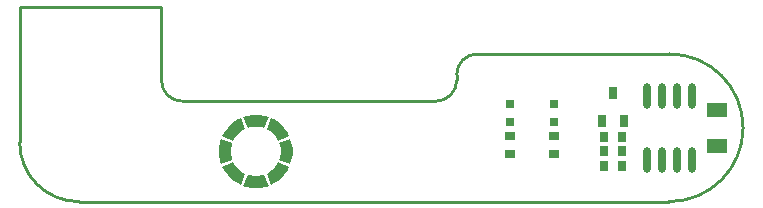
<source format=gbp>
G04*
G04 #@! TF.GenerationSoftware,Altium Limited,Altium Designer,22.2.1 (43)*
G04*
G04 Layer_Color=128*
%FSLAX44Y44*%
%MOMM*%
G71*
G04*
G04 #@! TF.SameCoordinates,59029D5E-7FE7-4811-848E-3C15E54AA96D*
G04*
G04*
G04 #@! TF.FilePolarity,Positive*
G04*
G01*
G75*
%ADD12C,0.2540*%
%ADD21R,0.8000X0.8000*%
%ADD22R,0.8890X0.6350*%
%ADD23R,0.6350X0.8890*%
%ADD24R,0.7000X1.0000*%
%ADD25O,0.6000X2.2000*%
%ADD26R,1.7780X1.1430*%
G36*
X608265Y-52389D02*
X610874Y-53363D01*
X607043Y-62610D01*
X607043Y-62610D01*
X605327Y-62084D01*
X601793Y-61476D01*
X598207Y-61476D01*
X594672Y-62084D01*
X592957Y-62610D01*
X589126Y-53363D01*
D01*
Y-53363D01*
Y-53363D01*
X591735Y-52389D01*
X597215Y-51400D01*
X602785Y-51400D01*
X608265Y-52389D01*
D02*
G37*
G36*
X615447Y-55364D02*
X620022Y-58540D01*
X623960Y-62478D01*
X627136Y-67053D01*
X628292Y-69586D01*
X628292Y-69586D01*
X628292Y-69586D01*
D01*
X619044Y-73416D01*
X618204Y-71831D01*
X616134Y-68902D01*
X613598Y-66366D01*
X610669Y-64296D01*
X609084Y-63456D01*
X609084Y-63456D01*
X612914Y-54208D01*
X615447Y-55364D01*
D02*
G37*
G36*
X590916Y-63456D02*
X589331Y-64296D01*
X586402Y-66366D01*
X583866Y-68902D01*
X581796Y-71831D01*
X580956Y-73416D01*
X580956Y-73416D01*
X571708Y-69586D01*
X572864Y-67053D01*
X576040Y-62478D01*
X579978Y-58540D01*
X584553Y-55364D01*
X587086Y-54208D01*
Y-54208D01*
X590916Y-63456D01*
D02*
G37*
G36*
X629137Y-71626D02*
X630111Y-74235D01*
X631100Y-79715D01*
X631100Y-85285D01*
X630111Y-90765D01*
X629137Y-93374D01*
X619890Y-89543D01*
X619890Y-89543D01*
X620416Y-87828D01*
X621024Y-84293D01*
X621024Y-80707D01*
X620416Y-77172D01*
X619890Y-75457D01*
X629137Y-71626D01*
X629137Y-71626D01*
D02*
G37*
G36*
X580110Y-75457D02*
Y-75457D01*
X579584Y-77172D01*
X578976Y-80707D01*
X578976Y-84293D01*
X579584Y-87828D01*
X580110Y-89543D01*
X570863Y-93374D01*
X569889Y-90765D01*
X568900Y-85285D01*
X568900Y-79715D01*
X569889Y-74235D01*
X570863Y-71626D01*
X580110Y-75457D01*
D02*
G37*
G36*
X628292Y-95414D02*
X627136Y-97947D01*
X623960Y-102522D01*
X620022Y-106460D01*
X615447Y-109636D01*
X612914Y-110792D01*
X609084Y-101545D01*
X610669Y-100704D01*
X613598Y-98634D01*
X616134Y-96098D01*
X618204Y-93169D01*
X619044Y-91584D01*
X619044D01*
X628292Y-95414D01*
D02*
G37*
G36*
X612914Y-110792D02*
X612914Y-110792D01*
D01*
X612914Y-110792D01*
D02*
G37*
G36*
X581796Y-93169D02*
X583866Y-96098D01*
X586402Y-98634D01*
X589331Y-100704D01*
X590916Y-101544D01*
Y-101545D01*
X587086Y-110792D01*
X584553Y-109636D01*
X579978Y-106460D01*
X576040Y-102522D01*
X572864Y-97947D01*
X571708Y-95414D01*
X571708D01*
X580956Y-91584D01*
X581796Y-93169D01*
D02*
G37*
G36*
X594672Y-102916D02*
X598207Y-103524D01*
X601793Y-103524D01*
X605327Y-102916D01*
X607043Y-102390D01*
X610874Y-111637D01*
X610874D01*
X608265Y-112611D01*
X602785Y-113600D01*
X597215Y-113600D01*
X591735Y-112611D01*
X589126Y-111637D01*
X592957Y-102390D01*
X592957D01*
X594672Y-102916D01*
D02*
G37*
D12*
X787500Y0D02*
G03*
X770000Y-17500I0J-17500D01*
G01*
X752500Y-40000D02*
G03*
X770000Y-22500I0J17500D01*
G01*
X520000D02*
G03*
X537500Y-40000I17500J0D01*
G01*
X400000Y-75000D02*
G03*
X450000Y-125000I50000J0D01*
G01*
X950000D02*
G03*
X950000Y0I0J62500D01*
G01*
X770000Y-22500D02*
Y-17500D01*
X537500Y-40000D02*
X752500D01*
X787500Y0D02*
X950000D01*
X520000Y-22500D02*
Y40000D01*
X400000Y-75000D02*
Y40000D01*
X450000Y-125000D02*
X950000D01*
X400000Y40000D02*
X520000D01*
D21*
X815000Y-57500D02*
D03*
Y-42500D02*
D03*
X852500Y-57500D02*
D03*
Y-42500D02*
D03*
D22*
X815000Y-69880D02*
D03*
Y-85120D02*
D03*
X852500Y-69880D02*
D03*
Y-85120D02*
D03*
D23*
X910120Y-95000D02*
D03*
X894880D02*
D03*
X910120Y-82500D02*
D03*
X894880D02*
D03*
X894880Y-70000D02*
D03*
X910120D02*
D03*
D24*
X893000Y-57000D02*
D03*
X912000D02*
D03*
X902500Y-33000D02*
D03*
D25*
X956350Y-89500D02*
D03*
X930950D02*
D03*
X969050Y-35500D02*
D03*
X956350D02*
D03*
X943650D02*
D03*
X969050Y-89500D02*
D03*
X943650D02*
D03*
X930950Y-35500D02*
D03*
D26*
X990000Y-47260D02*
D03*
Y-77740D02*
D03*
M02*

</source>
